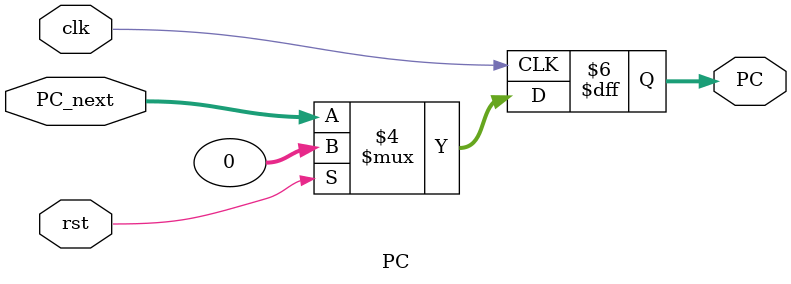
<source format=sv>

module PC (
    input clk,
    input rst,
    input [31:0] PC_next,
    output reg [31:0] PC
);

reg [31:0] r_PC;

initial begin
    PC = 0;
end

always @(posedge clk) begin
    if (rst) begin
        PC <= 32'h00000000;
    end
    else begin
        PC <= PC_next;
    end
end

endmodule

</source>
